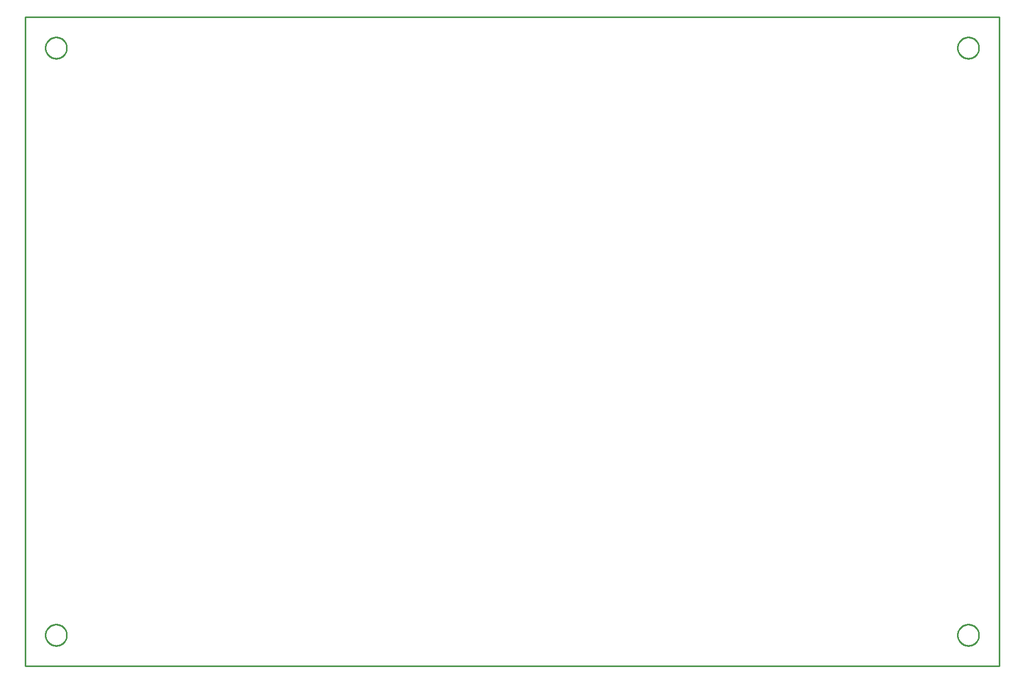
<source format=gbr>
G04 EAGLE Gerber RS-274X export*
G75*
%MOMM*%
%FSLAX34Y34*%
%LPD*%
%IN*%
%IPPOS*%
%AMOC8*
5,1,8,0,0,1.08239X$1,22.5*%
G01*
%ADD10C,0.254000*%


D10*
X0Y0D02*
X1600000Y0D01*
X1600000Y1066800D01*
X0Y1066800D01*
X0Y0D01*
X68300Y50227D02*
X68225Y49084D01*
X68076Y47948D01*
X67852Y46824D01*
X67555Y45717D01*
X67187Y44632D01*
X66749Y43574D01*
X66242Y42546D01*
X65669Y41554D01*
X65032Y40601D01*
X64335Y39692D01*
X63579Y38831D01*
X62769Y38021D01*
X61908Y37265D01*
X60999Y36568D01*
X60046Y35931D01*
X59054Y35358D01*
X58026Y34851D01*
X56968Y34413D01*
X55883Y34045D01*
X54776Y33748D01*
X53652Y33525D01*
X52516Y33375D01*
X51373Y33300D01*
X50227Y33300D01*
X49084Y33375D01*
X47948Y33525D01*
X46824Y33748D01*
X45717Y34045D01*
X44632Y34413D01*
X43574Y34851D01*
X42546Y35358D01*
X41554Y35931D01*
X40601Y36568D01*
X39692Y37265D01*
X38831Y38021D01*
X38021Y38831D01*
X37265Y39692D01*
X36568Y40601D01*
X35931Y41554D01*
X35358Y42546D01*
X34851Y43574D01*
X34413Y44632D01*
X34045Y45717D01*
X33748Y46824D01*
X33525Y47948D01*
X33375Y49084D01*
X33300Y50227D01*
X33300Y51373D01*
X33375Y52516D01*
X33525Y53652D01*
X33748Y54776D01*
X34045Y55883D01*
X34413Y56968D01*
X34851Y58026D01*
X35358Y59054D01*
X35931Y60046D01*
X36568Y60999D01*
X37265Y61908D01*
X38021Y62769D01*
X38831Y63579D01*
X39692Y64335D01*
X40601Y65032D01*
X41554Y65669D01*
X42546Y66242D01*
X43574Y66749D01*
X44632Y67187D01*
X45717Y67555D01*
X46824Y67852D01*
X47948Y68076D01*
X49084Y68225D01*
X50227Y68300D01*
X51373Y68300D01*
X52516Y68225D01*
X53652Y68076D01*
X54776Y67852D01*
X55883Y67555D01*
X56968Y67187D01*
X58026Y66749D01*
X59054Y66242D01*
X60046Y65669D01*
X60999Y65032D01*
X61908Y64335D01*
X62769Y63579D01*
X63579Y62769D01*
X64335Y61908D01*
X65032Y60999D01*
X65669Y60046D01*
X66242Y59054D01*
X66749Y58026D01*
X67187Y56968D01*
X67555Y55883D01*
X67852Y54776D01*
X68076Y53652D01*
X68225Y52516D01*
X68300Y51373D01*
X68300Y50227D01*
X68300Y1015427D02*
X68225Y1014284D01*
X68076Y1013148D01*
X67852Y1012024D01*
X67555Y1010917D01*
X67187Y1009832D01*
X66749Y1008774D01*
X66242Y1007746D01*
X65669Y1006754D01*
X65032Y1005801D01*
X64335Y1004892D01*
X63579Y1004031D01*
X62769Y1003221D01*
X61908Y1002465D01*
X60999Y1001768D01*
X60046Y1001131D01*
X59054Y1000558D01*
X58026Y1000051D01*
X56968Y999613D01*
X55883Y999245D01*
X54776Y998948D01*
X53652Y998725D01*
X52516Y998575D01*
X51373Y998500D01*
X50227Y998500D01*
X49084Y998575D01*
X47948Y998725D01*
X46824Y998948D01*
X45717Y999245D01*
X44632Y999613D01*
X43574Y1000051D01*
X42546Y1000558D01*
X41554Y1001131D01*
X40601Y1001768D01*
X39692Y1002465D01*
X38831Y1003221D01*
X38021Y1004031D01*
X37265Y1004892D01*
X36568Y1005801D01*
X35931Y1006754D01*
X35358Y1007746D01*
X34851Y1008774D01*
X34413Y1009832D01*
X34045Y1010917D01*
X33748Y1012024D01*
X33525Y1013148D01*
X33375Y1014284D01*
X33300Y1015427D01*
X33300Y1016573D01*
X33375Y1017716D01*
X33525Y1018852D01*
X33748Y1019976D01*
X34045Y1021083D01*
X34413Y1022168D01*
X34851Y1023226D01*
X35358Y1024254D01*
X35931Y1025246D01*
X36568Y1026199D01*
X37265Y1027108D01*
X38021Y1027969D01*
X38831Y1028779D01*
X39692Y1029535D01*
X40601Y1030232D01*
X41554Y1030869D01*
X42546Y1031442D01*
X43574Y1031949D01*
X44632Y1032387D01*
X45717Y1032755D01*
X46824Y1033052D01*
X47948Y1033276D01*
X49084Y1033425D01*
X50227Y1033500D01*
X51373Y1033500D01*
X52516Y1033425D01*
X53652Y1033276D01*
X54776Y1033052D01*
X55883Y1032755D01*
X56968Y1032387D01*
X58026Y1031949D01*
X59054Y1031442D01*
X60046Y1030869D01*
X60999Y1030232D01*
X61908Y1029535D01*
X62769Y1028779D01*
X63579Y1027969D01*
X64335Y1027108D01*
X65032Y1026199D01*
X65669Y1025246D01*
X66242Y1024254D01*
X66749Y1023226D01*
X67187Y1022168D01*
X67555Y1021083D01*
X67852Y1019976D01*
X68076Y1018852D01*
X68225Y1017716D01*
X68300Y1016573D01*
X68300Y1015427D01*
X1566900Y1015427D02*
X1566825Y1014284D01*
X1566676Y1013148D01*
X1566452Y1012024D01*
X1566155Y1010917D01*
X1565787Y1009832D01*
X1565349Y1008774D01*
X1564842Y1007746D01*
X1564269Y1006754D01*
X1563632Y1005801D01*
X1562935Y1004892D01*
X1562179Y1004031D01*
X1561369Y1003221D01*
X1560508Y1002465D01*
X1559599Y1001768D01*
X1558646Y1001131D01*
X1557654Y1000558D01*
X1556626Y1000051D01*
X1555568Y999613D01*
X1554483Y999245D01*
X1553376Y998948D01*
X1552252Y998725D01*
X1551116Y998575D01*
X1549973Y998500D01*
X1548827Y998500D01*
X1547684Y998575D01*
X1546548Y998725D01*
X1545424Y998948D01*
X1544317Y999245D01*
X1543232Y999613D01*
X1542174Y1000051D01*
X1541146Y1000558D01*
X1540154Y1001131D01*
X1539201Y1001768D01*
X1538292Y1002465D01*
X1537431Y1003221D01*
X1536621Y1004031D01*
X1535865Y1004892D01*
X1535168Y1005801D01*
X1534531Y1006754D01*
X1533958Y1007746D01*
X1533451Y1008774D01*
X1533013Y1009832D01*
X1532645Y1010917D01*
X1532348Y1012024D01*
X1532125Y1013148D01*
X1531975Y1014284D01*
X1531900Y1015427D01*
X1531900Y1016573D01*
X1531975Y1017716D01*
X1532125Y1018852D01*
X1532348Y1019976D01*
X1532645Y1021083D01*
X1533013Y1022168D01*
X1533451Y1023226D01*
X1533958Y1024254D01*
X1534531Y1025246D01*
X1535168Y1026199D01*
X1535865Y1027108D01*
X1536621Y1027969D01*
X1537431Y1028779D01*
X1538292Y1029535D01*
X1539201Y1030232D01*
X1540154Y1030869D01*
X1541146Y1031442D01*
X1542174Y1031949D01*
X1543232Y1032387D01*
X1544317Y1032755D01*
X1545424Y1033052D01*
X1546548Y1033276D01*
X1547684Y1033425D01*
X1548827Y1033500D01*
X1549973Y1033500D01*
X1551116Y1033425D01*
X1552252Y1033276D01*
X1553376Y1033052D01*
X1554483Y1032755D01*
X1555568Y1032387D01*
X1556626Y1031949D01*
X1557654Y1031442D01*
X1558646Y1030869D01*
X1559599Y1030232D01*
X1560508Y1029535D01*
X1561369Y1028779D01*
X1562179Y1027969D01*
X1562935Y1027108D01*
X1563632Y1026199D01*
X1564269Y1025246D01*
X1564842Y1024254D01*
X1565349Y1023226D01*
X1565787Y1022168D01*
X1566155Y1021083D01*
X1566452Y1019976D01*
X1566676Y1018852D01*
X1566825Y1017716D01*
X1566900Y1016573D01*
X1566900Y1015427D01*
X1566900Y50227D02*
X1566825Y49084D01*
X1566676Y47948D01*
X1566452Y46824D01*
X1566155Y45717D01*
X1565787Y44632D01*
X1565349Y43574D01*
X1564842Y42546D01*
X1564269Y41554D01*
X1563632Y40601D01*
X1562935Y39692D01*
X1562179Y38831D01*
X1561369Y38021D01*
X1560508Y37265D01*
X1559599Y36568D01*
X1558646Y35931D01*
X1557654Y35358D01*
X1556626Y34851D01*
X1555568Y34413D01*
X1554483Y34045D01*
X1553376Y33748D01*
X1552252Y33525D01*
X1551116Y33375D01*
X1549973Y33300D01*
X1548827Y33300D01*
X1547684Y33375D01*
X1546548Y33525D01*
X1545424Y33748D01*
X1544317Y34045D01*
X1543232Y34413D01*
X1542174Y34851D01*
X1541146Y35358D01*
X1540154Y35931D01*
X1539201Y36568D01*
X1538292Y37265D01*
X1537431Y38021D01*
X1536621Y38831D01*
X1535865Y39692D01*
X1535168Y40601D01*
X1534531Y41554D01*
X1533958Y42546D01*
X1533451Y43574D01*
X1533013Y44632D01*
X1532645Y45717D01*
X1532348Y46824D01*
X1532125Y47948D01*
X1531975Y49084D01*
X1531900Y50227D01*
X1531900Y51373D01*
X1531975Y52516D01*
X1532125Y53652D01*
X1532348Y54776D01*
X1532645Y55883D01*
X1533013Y56968D01*
X1533451Y58026D01*
X1533958Y59054D01*
X1534531Y60046D01*
X1535168Y60999D01*
X1535865Y61908D01*
X1536621Y62769D01*
X1537431Y63579D01*
X1538292Y64335D01*
X1539201Y65032D01*
X1540154Y65669D01*
X1541146Y66242D01*
X1542174Y66749D01*
X1543232Y67187D01*
X1544317Y67555D01*
X1545424Y67852D01*
X1546548Y68076D01*
X1547684Y68225D01*
X1548827Y68300D01*
X1549973Y68300D01*
X1551116Y68225D01*
X1552252Y68076D01*
X1553376Y67852D01*
X1554483Y67555D01*
X1555568Y67187D01*
X1556626Y66749D01*
X1557654Y66242D01*
X1558646Y65669D01*
X1559599Y65032D01*
X1560508Y64335D01*
X1561369Y63579D01*
X1562179Y62769D01*
X1562935Y61908D01*
X1563632Y60999D01*
X1564269Y60046D01*
X1564842Y59054D01*
X1565349Y58026D01*
X1565787Y56968D01*
X1566155Y55883D01*
X1566452Y54776D01*
X1566676Y53652D01*
X1566825Y52516D01*
X1566900Y51373D01*
X1566900Y50227D01*
M02*

</source>
